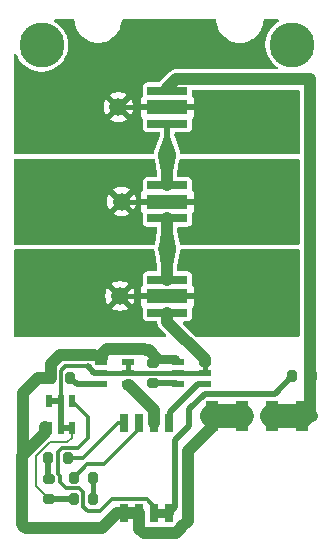
<source format=gbr>
%TF.GenerationSoftware,KiCad,Pcbnew,9.0.2*%
%TF.CreationDate,2025-08-15T10:15:43-05:00*%
%TF.ProjectId,Mothbeam,4d6f7468-6265-4616-9d2e-6b696361645f,rev?*%
%TF.SameCoordinates,Original*%
%TF.FileFunction,Copper,L1,Top*%
%TF.FilePolarity,Positive*%
%FSLAX46Y46*%
G04 Gerber Fmt 4.6, Leading zero omitted, Abs format (unit mm)*
G04 Created by KiCad (PCBNEW 9.0.2) date 2025-08-15 10:15:43*
%MOMM*%
%LPD*%
G01*
G04 APERTURE LIST*
G04 Aperture macros list*
%AMRoundRect*
0 Rectangle with rounded corners*
0 $1 Rounding radius*
0 $2 $3 $4 $5 $6 $7 $8 $9 X,Y pos of 4 corners*
0 Add a 4 corners polygon primitive as box body*
4,1,4,$2,$3,$4,$5,$6,$7,$8,$9,$2,$3,0*
0 Add four circle primitives for the rounded corners*
1,1,$1+$1,$2,$3*
1,1,$1+$1,$4,$5*
1,1,$1+$1,$6,$7*
1,1,$1+$1,$8,$9*
0 Add four rect primitives between the rounded corners*
20,1,$1+$1,$2,$3,$4,$5,0*
20,1,$1+$1,$4,$5,$6,$7,0*
20,1,$1+$1,$6,$7,$8,$9,0*
20,1,$1+$1,$8,$9,$2,$3,0*%
G04 Aperture macros list end*
%TA.AperFunction,Conductor*%
%ADD10C,0.200000*%
%TD*%
%TA.AperFunction,ComponentPad*%
%ADD11C,3.800000*%
%TD*%
%TA.AperFunction,SMDPad,CuDef*%
%ADD12R,0.760000X1.500000*%
%TD*%
%TA.AperFunction,SMDPad,CuDef*%
%ADD13RoundRect,0.200000X0.200000X0.275000X-0.200000X0.275000X-0.200000X-0.275000X0.200000X-0.275000X0*%
%TD*%
%TA.AperFunction,SMDPad,CuDef*%
%ADD14C,1.500000*%
%TD*%
%TA.AperFunction,SMDPad,CuDef*%
%ADD15R,0.530000X1.070000*%
%TD*%
%TA.AperFunction,SMDPad,CuDef*%
%ADD16RoundRect,0.200000X0.275000X-0.200000X0.275000X0.200000X-0.275000X0.200000X-0.275000X-0.200000X0*%
%TD*%
%TA.AperFunction,SMDPad,CuDef*%
%ADD17RoundRect,0.200000X-0.200000X-0.275000X0.200000X-0.275000X0.200000X0.275000X-0.200000X0.275000X0*%
%TD*%
%TA.AperFunction,SMDPad,CuDef*%
%ADD18R,1.000000X2.540000*%
%TD*%
%TA.AperFunction,SMDPad,CuDef*%
%ADD19R,3.450000X0.700000*%
%TD*%
%TA.AperFunction,SMDPad,CuDef*%
%ADD20R,3.450000X1.300000*%
%TD*%
%TA.AperFunction,SMDPad,CuDef*%
%ADD21R,1.070000X0.530000*%
%TD*%
%TA.AperFunction,Conductor*%
%ADD22C,0.203200*%
%TD*%
%TA.AperFunction,Conductor*%
%ADD23C,0.500000*%
%TD*%
%TA.AperFunction,Conductor*%
%ADD24C,0.304800*%
%TD*%
%TA.AperFunction,Conductor*%
%ADD25C,0.400000*%
%TD*%
%TA.AperFunction,Conductor*%
%ADD26C,1.000000*%
%TD*%
%TA.AperFunction,Conductor*%
%ADD27C,2.032000*%
%TD*%
%TA.AperFunction,Conductor*%
%ADD28C,0.800000*%
%TD*%
%TA.AperFunction,Conductor*%
%ADD29C,0.250000*%
%TD*%
G04 APERTURE END LIST*
D10*
%TO.N,/LED-*%
X7850000Y44650000D02*
X7800000Y44600000D01*
%TD*%
D11*
%TO.P,REF\u002A\u002A,1*%
%TO.N,N/C*%
X-2900000Y67300000D03*
%TD*%
D12*
%TO.P,SW2,1,1*%
%TO.N,Net-(U3-EN)*%
X7921776Y35283463D03*
%TO.P,SW2,2,2*%
%TO.N,Net-(U2-EN)*%
X6651776Y35283463D03*
%TO.P,SW2,3,3*%
%TO.N,Net-(R6-Pad2)*%
X5381776Y35283463D03*
%TO.P,SW2,4,4*%
%TO.N,Net-(R4-Pad2)*%
X4101776Y35283463D03*
%TO.P,SW2,5,5*%
%TO.N,GND*%
X4101776Y27663463D03*
%TO.P,SW2,6,6*%
X5381776Y27663463D03*
%TO.P,SW2,7,7*%
%TO.N,EN*%
X6651776Y27663463D03*
%TO.P,SW2,8,8*%
X7921776Y27663463D03*
%TD*%
D13*
%TO.P,R6,1*%
%TO.N,Net-(R2-Pad2)*%
X1475000Y30700000D03*
%TO.P,R6,2*%
%TO.N,Net-(R6-Pad2)*%
X-175000Y30700000D03*
%TD*%
D11*
%TO.P,REF\u002A\u002A,1*%
%TO.N,N/C*%
X18300000Y67350000D03*
%TD*%
D13*
%TO.P,R9,1*%
%TO.N,Net-(U2-REXT)*%
X-465893Y39150000D03*
%TO.P,R9,2*%
%TO.N,GND*%
X-2115893Y39150000D03*
%TD*%
D14*
%TO.P,TP1,1,1*%
%TO.N,Net-(D2-A)*%
X7750000Y50050000D03*
%TD*%
%TO.P,TP2,1,1*%
%TO.N,/T1*%
X3610000Y62060000D03*
%TD*%
%TO.P,TP5,1,1*%
%TO.N,/T3*%
X3740000Y46070000D03*
%TD*%
D15*
%TO.P,U1,1,EN*%
%TO.N,EN*%
X-340893Y37150000D03*
%TO.P,U1,2,OUT*%
%TO.N,/LED-*%
X-1290893Y37150000D03*
%TO.P,U1,3,OUT*%
X-2240893Y37150000D03*
%TO.P,U1,4,GND*%
%TO.N,GND*%
X-2240893Y34850000D03*
%TO.P,U1,5,OUT*%
%TO.N,/LED-*%
X-1290893Y34850000D03*
%TO.P,U1,6,REXT*%
X-340893Y34850000D03*
%TD*%
D14*
%TO.P,TP3,1,1*%
%TO.N,Net-(D1--)*%
X7724600Y58050000D03*
%TD*%
D16*
%TO.P,R1,1*%
%TO.N,Net-(U3-REXT)*%
X6537500Y38725000D03*
%TO.P,R1,2*%
%TO.N,GND*%
X6537500Y40375000D03*
%TD*%
D17*
%TO.P,R4,1*%
%TO.N,Net-(R3-Pad2)*%
X-2325000Y32350000D03*
%TO.P,R4,2*%
%TO.N,Net-(R4-Pad2)*%
X-675000Y32350000D03*
%TD*%
D18*
%TO.P,CN1,1,1*%
%TO.N,GND*%
X11540000Y35877500D03*
%TO.P,CN1,2,2*%
X14080000Y35877500D03*
%TO.P,CN1,3,3*%
%TO.N,/LED+*%
X16620000Y35877500D03*
%TO.P,CN1,4,4*%
X19160000Y35877500D03*
%TD*%
D13*
%TO.P,R5,1*%
%TO.N,/LED+*%
X19975000Y39300000D03*
%TO.P,R5,2*%
%TO.N,EN*%
X18325000Y39300000D03*
%TD*%
D19*
%TO.P,D1,1,+*%
%TO.N,/LED+*%
X7750000Y63450000D03*
%TO.P,D1,2,-*%
%TO.N,Net-(D1--)*%
X7750000Y60650000D03*
D20*
%TO.P,D1,3,nc*%
%TO.N,/T1*%
X7750000Y62050000D03*
%TD*%
D21*
%TO.P,U2,1,EN*%
%TO.N,Net-(U2-EN)*%
X4437500Y38600000D03*
%TO.P,U2,2,OUT*%
%TO.N,/LED-*%
X4437500Y39550000D03*
%TO.P,U2,3,OUT*%
X4437500Y40500000D03*
%TO.P,U2,4,GND*%
%TO.N,GND*%
X2137500Y40500000D03*
%TO.P,U2,5,OUT*%
%TO.N,/LED-*%
X2137500Y39550000D03*
%TO.P,U2,6,REXT*%
%TO.N,Net-(U2-REXT)*%
X2137500Y38600000D03*
%TD*%
D16*
%TO.P,R3,1*%
%TO.N,/LED-*%
X-2300000Y28900000D03*
%TO.P,R3,2*%
%TO.N,Net-(R3-Pad2)*%
X-2300000Y30550000D03*
%TD*%
D19*
%TO.P,D2,1,A*%
%TO.N,Net-(D1--)*%
X7750000Y55450000D03*
%TO.P,D2,2,K*%
%TO.N,Net-(D2-A)*%
X7750000Y52650000D03*
D20*
%TO.P,D2,3,3*%
%TO.N,/T2*%
X7750000Y54050000D03*
%TD*%
D14*
%TO.P,TP4,1,1*%
%TO.N,/T2*%
X3870000Y54050000D03*
%TD*%
D19*
%TO.P,D3,1,+*%
%TO.N,Net-(D2-A)*%
X7750000Y47450000D03*
%TO.P,D3,2,-*%
%TO.N,/LED-*%
X7750000Y44650000D03*
D20*
%TO.P,D3,3,nc*%
%TO.N,/T3*%
X7750000Y46050000D03*
%TD*%
D17*
%TO.P,R2,1*%
%TO.N,/LED-*%
X-175000Y28900000D03*
%TO.P,R2,2*%
%TO.N,Net-(R2-Pad2)*%
X1475000Y28900000D03*
%TD*%
D21*
%TO.P,U3,1,EN*%
%TO.N,Net-(U3-EN)*%
X10937500Y38600000D03*
%TO.P,U3,2,OUT*%
%TO.N,/LED-*%
X10937500Y39550000D03*
%TO.P,U3,3,OUT*%
X10937500Y40500000D03*
%TO.P,U3,4,GND*%
%TO.N,GND*%
X8637500Y40500000D03*
%TO.P,U3,5,OUT*%
%TO.N,/LED-*%
X8637500Y39550000D03*
%TO.P,U3,6,REXT*%
%TO.N,Net-(U3-REXT)*%
X8637500Y38600000D03*
%TD*%
D22*
%TO.N,/LED-*%
X-2225121Y33678933D02*
X-711961Y33678933D01*
D23*
X-175000Y28900000D02*
X-2300000Y28900000D01*
D24*
X-1250000Y39750000D02*
X-900000Y40100000D01*
D22*
X-2300000Y28900000D02*
X-3400000Y30000000D01*
D25*
X4437500Y39550000D02*
X4437500Y40500000D01*
D24*
X-1250000Y37190893D02*
X-1250000Y39750000D01*
D25*
X4437500Y39550000D02*
X8637500Y39550000D01*
D22*
X-3400000Y32504054D02*
X-2225121Y33678933D01*
D26*
X10937500Y40500000D02*
X10937500Y40712500D01*
X7750000Y43900000D02*
X7750000Y44650000D01*
D23*
X-1290893Y34850000D02*
X-1290893Y37150000D01*
X1000000Y40100000D02*
X1550000Y39550000D01*
X-1290893Y34850000D02*
X-340893Y34850000D01*
D22*
X-711961Y33678933D02*
X-340893Y34050001D01*
D24*
X-900000Y40100000D02*
X1000000Y40100000D01*
D26*
X10937500Y40712500D02*
X7750000Y43900000D01*
D23*
X-2240893Y37150000D02*
X-1290893Y37150000D01*
D22*
X-340893Y34050001D02*
X-340893Y34850000D01*
D25*
X8637500Y39550000D02*
X10937500Y39550000D01*
X10937500Y39550000D02*
X10937500Y40500000D01*
D22*
X-3400000Y30000000D02*
X-3400000Y32504054D01*
D23*
X1550000Y39550000D02*
X2137500Y39550000D01*
D25*
X2137500Y39550000D02*
X4437500Y39550000D01*
D23*
%TO.N,Net-(U3-REXT)*%
X6537500Y38725000D02*
X8512500Y38725000D01*
D26*
%TO.N,/LED+*%
X19972500Y35877500D02*
X19160000Y35877500D01*
D27*
X19160000Y35877500D02*
X16620000Y35877500D01*
D26*
X8500000Y64400000D02*
X19800000Y64400000D01*
X19800000Y36050000D02*
X19972500Y35877500D01*
X19800000Y64400000D02*
X19800000Y36050000D01*
X7750000Y63650000D02*
X8500000Y64400000D01*
D24*
%TO.N,EN*%
X6646776Y28203224D02*
X6000000Y28850000D01*
X1000000Y27850000D02*
X650000Y28200000D01*
X-1350000Y30863168D02*
X-1500000Y31013168D01*
X2050000Y27850000D02*
X1000000Y27850000D01*
X-1350000Y30350000D02*
X-1350000Y30863168D01*
X1000000Y34050000D02*
X1000000Y35809107D01*
D23*
X8435109Y33859254D02*
X9600000Y35024145D01*
D28*
X7916776Y27663463D02*
X6646776Y27663463D01*
D23*
X8435109Y28181796D02*
X8435109Y33859254D01*
X9600000Y36500000D02*
X10900000Y37800000D01*
D24*
X150000Y33200000D02*
X1000000Y34050000D01*
D23*
X7916776Y27663463D02*
X8435109Y28181796D01*
D24*
X-1500000Y32900000D02*
X-1200000Y33200000D01*
X-1500000Y31013168D02*
X-1500000Y32900000D01*
D23*
X16825000Y37800000D02*
X18325000Y39300000D01*
D24*
X650000Y29450000D02*
X280199Y29819801D01*
X3050000Y28850000D02*
X2050000Y27850000D01*
X-1200000Y33200000D02*
X150000Y33200000D01*
X-819801Y29819801D02*
X-1350000Y30350000D01*
X1000000Y35809107D02*
X-340893Y37150000D01*
X280199Y29819801D02*
X-819801Y29819801D01*
X650000Y28200000D02*
X650000Y29450000D01*
X6646776Y27663463D02*
X6646776Y28203224D01*
D23*
X10900000Y37800000D02*
X16825000Y37800000D01*
X9600000Y35024145D02*
X9600000Y36500000D01*
D24*
X6000000Y28850000D02*
X3050000Y28850000D01*
D26*
%TO.N,GND*%
X9480126Y32920822D02*
X9480126Y27046576D01*
X11540000Y34990000D02*
X9475474Y32925474D01*
X2250000Y26400000D02*
X-4250000Y26400000D01*
X-4550000Y32540893D02*
X-2600000Y34490893D01*
X5376776Y26373224D02*
X5380999Y26373224D01*
X-1350000Y41100000D02*
X1537500Y41100000D01*
X5918187Y41481813D02*
X5800000Y41600000D01*
X9480126Y27046576D02*
X8908381Y26474832D01*
X-4250000Y26400000D02*
X-4450000Y26600000D01*
D27*
X14080000Y35877500D02*
X11540000Y35877500D01*
D26*
X9475474Y32925474D02*
X9480126Y32920822D01*
X-2115893Y40334107D02*
X-1350000Y41100000D01*
X-4450000Y26700000D02*
X-4550000Y26800000D01*
X4106776Y27663463D02*
X3513463Y27663463D01*
X3513463Y27663463D02*
X2250000Y26400000D01*
X-4500000Y37850000D02*
X-4500000Y32590893D01*
X-4500000Y32590893D02*
X-4550000Y32540893D01*
X-4450000Y26600000D02*
X-4450000Y26700000D01*
X8450237Y26006471D02*
X5746273Y26007950D01*
X5376776Y26373224D02*
X5376776Y27408463D01*
X-2115893Y39150000D02*
X-2115893Y40334107D01*
X-3200000Y39150000D02*
X-4500000Y37850000D01*
X8908381Y26474832D02*
X8908381Y26464615D01*
X-4550000Y26800000D02*
X-4550000Y32540893D01*
X2650000Y41600000D02*
X2200000Y41150000D01*
X5380999Y26373224D02*
X5746273Y26007950D01*
X2200000Y41150000D02*
X2200000Y40850000D01*
X4106776Y27663463D02*
X5376776Y27663463D01*
X-2115893Y39150000D02*
X-3200000Y39150000D01*
X11540000Y35877500D02*
X11540000Y34990000D01*
X-2600000Y34490893D02*
X-2600000Y35000000D01*
X6180687Y41481813D02*
X5918187Y41481813D01*
X8908381Y26464615D02*
X8450237Y26006471D01*
D28*
X6912500Y40750000D02*
X8387500Y40750000D01*
D26*
X6912500Y40750000D02*
X6180687Y41481813D01*
X5800000Y41600000D02*
X2650000Y41600000D01*
D24*
%TO.N,Net-(R4-Pad2)*%
X-675000Y32350000D02*
X600000Y32350000D01*
X600000Y32350000D02*
X3533463Y35283463D01*
X3533463Y35283463D02*
X4106776Y35283463D01*
D23*
%TO.N,Net-(U2-REXT)*%
X84107Y38600000D02*
X-465893Y39150000D01*
X2137500Y38600000D02*
X84107Y38600000D01*
D25*
%TO.N,/T1*%
X11250000Y62050000D02*
X7750000Y62050000D01*
X7750000Y62050000D02*
X3500000Y62050000D01*
%TO.N,/T2*%
X11250000Y54050000D02*
X7750000Y54050000D01*
X7750000Y54050000D02*
X4500000Y54050000D01*
%TO.N,/T3*%
X11250000Y46050000D02*
X7750000Y46050000D01*
X7750000Y46050000D02*
X4250000Y46050000D01*
D24*
%TO.N,Net-(R6-Pad2)*%
X5376776Y34826776D02*
X2400000Y31850000D01*
X975000Y31850000D02*
X-175000Y30700000D01*
X5376776Y35028463D02*
X5376776Y34826776D01*
X2400000Y31850000D02*
X975000Y31850000D01*
D25*
%TO.N,Net-(R2-Pad2)*%
X1475000Y28900000D02*
X1475000Y30500000D01*
D23*
%TO.N,Net-(R3-Pad2)*%
X-2325000Y32350000D02*
X-2325000Y30575000D01*
X-2325000Y30575000D02*
X-2300000Y30550000D01*
D26*
%TO.N,Net-(U2-EN)*%
X6646776Y35283463D02*
X6646776Y36390724D01*
X6646776Y36390724D02*
X4488500Y38549000D01*
X4488500Y38549000D02*
X4437500Y38549000D01*
D23*
%TO.N,Net-(U3-EN)*%
X7954276Y36204276D02*
X7954276Y35320963D01*
X7954276Y36204276D02*
X10350000Y38600000D01*
X7954276Y35320963D02*
X7916776Y35283463D01*
X10350000Y38600000D02*
X10650000Y38600000D01*
%TO.N,Net-(D1--)*%
X7750000Y60665000D02*
X7750000Y58075400D01*
D26*
X7724600Y58050000D02*
X7724600Y55475400D01*
D29*
%TO.N,Net-(D2-A)*%
X7608800Y50596200D02*
X7724600Y50712000D01*
D26*
X7750000Y52650000D02*
X7750000Y50050000D01*
X7750000Y50050000D02*
X7750000Y47450000D01*
%TD*%
%TA.AperFunction,Conductor*%
%TO.N,Net-(D1--)*%
G36*
X8448986Y57905926D02*
G01*
X8456423Y57900942D01*
X8458209Y57892428D01*
X8226302Y56574084D01*
X8221494Y56566530D01*
X8214779Y56564411D01*
X7234421Y56564411D01*
X7226148Y56567838D01*
X7222898Y56574084D01*
X6990990Y57892430D01*
X6992932Y57901170D01*
X7000212Y57905926D01*
X7722303Y58050540D01*
X7726897Y58050540D01*
X8448986Y57905926D01*
G37*
%TD.AperFunction*%
%TD*%
%TA.AperFunction,Conductor*%
%TO.N,/T2*%
G36*
X8944723Y57694500D02*
G01*
X8944724Y57694500D01*
X18825500Y57694500D01*
X18892539Y57674815D01*
X18938294Y57622011D01*
X18949500Y57570500D01*
X18949500Y50529500D01*
X18929815Y50462461D01*
X18877011Y50416706D01*
X18825500Y50405500D01*
X8970123Y50405500D01*
X8922858Y50402290D01*
X8854640Y50417385D01*
X8805412Y50466967D01*
X8792331Y50504521D01*
X8602375Y51584384D01*
X8600500Y51605867D01*
X8600500Y51825500D01*
X8620185Y51892539D01*
X8672989Y51938294D01*
X8724500Y51949500D01*
X9508261Y51949500D01*
X9530971Y51952809D01*
X9576393Y51959427D01*
X9681483Y52010802D01*
X9764198Y52093517D01*
X9815573Y52198607D01*
X9825500Y52266740D01*
X9825500Y52992605D01*
X9845185Y53059643D01*
X9850233Y53066915D01*
X9918353Y53157912D01*
X9918354Y53157914D01*
X9968596Y53292621D01*
X9968598Y53292628D01*
X9974999Y53352156D01*
X9975000Y53352173D01*
X9975000Y53800000D01*
X5525000Y53800000D01*
X5525000Y53352156D01*
X5531401Y53292628D01*
X5531403Y53292621D01*
X5581645Y53157914D01*
X5581647Y53157911D01*
X5649766Y53066917D01*
X5674184Y53001453D01*
X5674500Y52992605D01*
X5674500Y52266740D01*
X5684426Y52198609D01*
X5735803Y52093515D01*
X5818514Y52010804D01*
X5818515Y52010804D01*
X5818517Y52010802D01*
X5923607Y51959427D01*
X5957673Y51954464D01*
X5991739Y51949500D01*
X5991740Y51949500D01*
X6775500Y51949500D01*
X6784185Y51946950D01*
X6793147Y51948238D01*
X6817187Y51937260D01*
X6842539Y51929815D01*
X6848466Y51922975D01*
X6856703Y51919213D01*
X6870992Y51896979D01*
X6888294Y51877011D01*
X6890581Y51866497D01*
X6894477Y51860435D01*
X6899500Y51825500D01*
X6899500Y51605867D01*
X6897625Y51584384D01*
X6707112Y50501369D01*
X6676110Y50438754D01*
X6616178Y50402839D01*
X6567342Y50400114D01*
X6529879Y50405500D01*
X6529876Y50405500D01*
X-5138063Y50405500D01*
X-5205102Y50425185D01*
X-5250857Y50477989D01*
X-5262063Y50529500D01*
X-5262063Y53006323D01*
X3179873Y53006323D01*
X3179873Y53006322D01*
X3214858Y52980904D01*
X3390164Y52891582D01*
X3577294Y52830779D01*
X3771618Y52800000D01*
X3968382Y52800000D01*
X4162705Y52830779D01*
X4349835Y52891582D01*
X4525143Y52980905D01*
X4560125Y53006322D01*
X4560126Y53006322D01*
X3870001Y53696447D01*
X3870000Y53696447D01*
X3179873Y53006323D01*
X-5262063Y53006323D01*
X-5262063Y54148383D01*
X2620000Y54148383D01*
X2620000Y53951618D01*
X2650778Y53757295D01*
X2711581Y53570165D01*
X2800905Y53394855D01*
X2826319Y53359875D01*
X2826320Y53359875D01*
X3516446Y54050000D01*
X3516446Y54050001D01*
X4223553Y54050001D01*
X4223553Y54050000D01*
X4913678Y53359874D01*
X4913678Y53359875D01*
X4939095Y53394857D01*
X5028418Y53570165D01*
X5089221Y53757295D01*
X5120000Y53951618D01*
X5120000Y54148383D01*
X5089221Y54342706D01*
X5028418Y54529836D01*
X4939096Y54705142D01*
X4913678Y54740127D01*
X4913677Y54740127D01*
X4223553Y54050001D01*
X3516446Y54050001D01*
X2826320Y54740128D01*
X2826320Y54740127D01*
X2800902Y54705141D01*
X2800899Y54705137D01*
X2711582Y54529839D01*
X2650778Y54342706D01*
X2620000Y54148383D01*
X-5262063Y54148383D01*
X-5262063Y55093680D01*
X3179872Y55093680D01*
X3870000Y54403554D01*
X3870001Y54403554D01*
X4560125Y55093680D01*
X4560125Y55093681D01*
X4525145Y55119095D01*
X4349835Y55208419D01*
X4162705Y55269222D01*
X3968382Y55300000D01*
X3771618Y55300000D01*
X3577294Y55269222D01*
X3390161Y55208418D01*
X3214863Y55119101D01*
X3214859Y55119098D01*
X3179873Y55093680D01*
X3179872Y55093680D01*
X-5262063Y55093680D01*
X-5262063Y57570500D01*
X-5242378Y57637539D01*
X-5189574Y57683294D01*
X-5138063Y57694500D01*
X6504466Y57694500D01*
X6504476Y57694500D01*
X6551741Y57697711D01*
X6619955Y57682617D01*
X6669185Y57633037D01*
X6682267Y57595480D01*
X6872225Y56515615D01*
X6874100Y56494133D01*
X6874100Y56274500D01*
X6854415Y56207461D01*
X6801611Y56161706D01*
X6750100Y56150500D01*
X5991739Y56150500D01*
X5923608Y56140574D01*
X5818514Y56089197D01*
X5735803Y56006486D01*
X5684426Y55901392D01*
X5674500Y55833261D01*
X5674500Y55107396D01*
X5654815Y55040357D01*
X5649767Y55033085D01*
X5581646Y54942089D01*
X5581645Y54942087D01*
X5531403Y54807380D01*
X5531401Y54807373D01*
X5525000Y54747845D01*
X5525000Y54300000D01*
X9975000Y54300000D01*
X9975000Y54747828D01*
X9974999Y54747845D01*
X9968598Y54807373D01*
X9968596Y54807380D01*
X9918354Y54942087D01*
X9918353Y54942089D01*
X9850233Y55033085D01*
X9825816Y55098549D01*
X9825500Y55107396D01*
X9825500Y55833261D01*
X9815573Y55901392D01*
X9815573Y55901393D01*
X9764198Y56006483D01*
X9764196Y56006485D01*
X9764196Y56006486D01*
X9681485Y56089197D01*
X9576391Y56140574D01*
X9508261Y56150500D01*
X9508260Y56150500D01*
X8699100Y56150500D01*
X8690414Y56153051D01*
X8681453Y56151762D01*
X8657412Y56162741D01*
X8632061Y56170185D01*
X8626133Y56177026D01*
X8617897Y56180787D01*
X8603607Y56203022D01*
X8586306Y56222989D01*
X8584018Y56233504D01*
X8580123Y56239565D01*
X8575100Y56274500D01*
X8575100Y56494133D01*
X8576975Y56515616D01*
X8767486Y57598636D01*
X8798486Y57661248D01*
X8858419Y57697163D01*
X8907257Y57699887D01*
X8944723Y57694500D01*
G37*
%TD.AperFunction*%
%TD*%
%TA.AperFunction,Conductor*%
%TO.N,Net-(D2-A)*%
G36*
X8474386Y49905926D02*
G01*
X8481823Y49900942D01*
X8483609Y49892428D01*
X8251702Y48574084D01*
X8246894Y48566530D01*
X8240179Y48564411D01*
X7259821Y48564411D01*
X7251548Y48567838D01*
X7248298Y48574084D01*
X7016390Y49892430D01*
X7018332Y49901170D01*
X7025612Y49905926D01*
X7747703Y50050540D01*
X7752297Y50050540D01*
X8474386Y49905926D01*
G37*
%TD.AperFunction*%
%TD*%
%TA.AperFunction,Conductor*%
%TO.N,Net-(D1--)*%
G36*
X7999922Y59532162D02*
G01*
X8002714Y59527691D01*
X8455843Y58208966D01*
X8455291Y58200028D01*
X8448580Y58194099D01*
X8447076Y58193692D01*
X7726898Y58049461D01*
X7722302Y58049461D01*
X7002575Y58193602D01*
X6995136Y58198587D01*
X6993401Y58207372D01*
X6993938Y58209233D01*
X7497127Y59528061D01*
X7503278Y59534568D01*
X7508058Y59535589D01*
X7991649Y59535589D01*
X7999922Y59532162D01*
G37*
%TD.AperFunction*%
%TD*%
%TA.AperFunction,Conductor*%
%TO.N,/T1*%
G36*
X11832003Y69489815D02*
G01*
X11877758Y69437011D01*
X11888963Y69385032D01*
X11888946Y69380793D01*
X11888948Y69380775D01*
X11925248Y69109179D01*
X11925248Y69109178D01*
X11998238Y68845059D01*
X11998240Y68845053D01*
X12055334Y68712382D01*
X12106556Y68593356D01*
X12248179Y68358770D01*
X12420461Y68145682D01*
X12620186Y67958072D01*
X12843624Y67799443D01*
X13086602Y67672758D01*
X13344583Y67580382D01*
X13612749Y67524040D01*
X13886093Y67504784D01*
X14159509Y67522974D01*
X14427893Y67578271D01*
X14686232Y67669641D01*
X14929702Y67795378D01*
X15153756Y67953135D01*
X15354211Y68139966D01*
X15527322Y68352380D01*
X15669858Y68586413D01*
X15779156Y68837692D01*
X15779472Y68838815D01*
X15823470Y68995646D01*
X15853175Y69101527D01*
X15890534Y69372989D01*
X15890535Y69385135D01*
X15910224Y69452173D01*
X15963030Y69497925D01*
X16014903Y69509126D01*
X17070869Y69505984D01*
X17137848Y69486101D01*
X17183445Y69433161D01*
X17193183Y69363973D01*
X17163969Y69300504D01*
X17132499Y69274598D01*
X17047004Y69225237D01*
X16812959Y69045648D01*
X16812952Y69045642D01*
X16604358Y68837048D01*
X16604352Y68837041D01*
X16424761Y68602994D01*
X16277258Y68347511D01*
X16277254Y68347501D01*
X16164364Y68074962D01*
X16164361Y68074952D01*
X16131721Y67953135D01*
X16088008Y67789996D01*
X16088006Y67789985D01*
X16049500Y67497514D01*
X16049500Y67202487D01*
X16081571Y66958887D01*
X16088007Y66910007D01*
X16101405Y66860005D01*
X16164361Y66625049D01*
X16164364Y66625039D01*
X16277254Y66352500D01*
X16277258Y66352490D01*
X16424761Y66097007D01*
X16604352Y65862960D01*
X16604358Y65862953D01*
X16812952Y65654359D01*
X16812959Y65654353D01*
X17049464Y65472876D01*
X17090667Y65416448D01*
X17094822Y65346702D01*
X17060610Y65285782D01*
X16998892Y65253029D01*
X16973978Y65250500D01*
X8416228Y65250500D01*
X8251925Y65217818D01*
X8251913Y65217815D01*
X8206583Y65199038D01*
X8097143Y65153708D01*
X8097137Y65153705D01*
X8097137Y65153704D01*
X7957840Y65060627D01*
X7957831Y65060621D01*
X7085065Y64187855D01*
X7083282Y64189638D01*
X7034657Y64156506D01*
X6996534Y64150500D01*
X5991739Y64150500D01*
X5923608Y64140574D01*
X5818514Y64089197D01*
X5735803Y64006486D01*
X5684426Y63901392D01*
X5674500Y63833261D01*
X5674500Y63107396D01*
X5654815Y63040357D01*
X5649767Y63033085D01*
X5581646Y62942089D01*
X5581645Y62942087D01*
X5531403Y62807380D01*
X5531401Y62807373D01*
X5525000Y62747845D01*
X5525000Y62300000D01*
X9975000Y62300000D01*
X9975000Y62747828D01*
X9974999Y62747845D01*
X9968598Y62807373D01*
X9968596Y62807380D01*
X9918354Y62942087D01*
X9918353Y62942089D01*
X9850233Y63033085D01*
X9825816Y63098549D01*
X9825500Y63107396D01*
X9825500Y63425500D01*
X9845185Y63492539D01*
X9897989Y63538294D01*
X9949500Y63549500D01*
X18825500Y63549500D01*
X18892539Y63529815D01*
X18938294Y63477011D01*
X18949500Y63425500D01*
X18949500Y58174000D01*
X18929815Y58106961D01*
X18877011Y58061206D01*
X18825500Y58050000D01*
X8944723Y58050000D01*
X8877684Y58069685D01*
X8831929Y58122489D01*
X8822250Y58154603D01*
X8798003Y58307697D01*
X8798002Y58307698D01*
X8798002Y58307699D01*
X8798002Y58307701D01*
X8744473Y58472445D01*
X8738405Y58484354D01*
X8731619Y58500355D01*
X8357230Y59589929D01*
X8356619Y59593583D01*
X8355523Y59595289D01*
X8350500Y59630224D01*
X8350500Y59825500D01*
X8370185Y59892539D01*
X8422989Y59938294D01*
X8474500Y59949500D01*
X9508261Y59949500D01*
X9530971Y59952809D01*
X9576393Y59959427D01*
X9681483Y60010802D01*
X9764198Y60093517D01*
X9815573Y60198607D01*
X9825500Y60266740D01*
X9825500Y60992605D01*
X9845185Y61059643D01*
X9850233Y61066915D01*
X9918353Y61157912D01*
X9918354Y61157914D01*
X9968596Y61292621D01*
X9968598Y61292628D01*
X9974999Y61352156D01*
X9975000Y61352173D01*
X9975000Y61800000D01*
X5525000Y61800000D01*
X5525000Y61352156D01*
X5531401Y61292628D01*
X5531403Y61292621D01*
X5581645Y61157914D01*
X5581647Y61157911D01*
X5649766Y61066917D01*
X5674184Y61001453D01*
X5674500Y60992605D01*
X5674500Y60266740D01*
X5684426Y60198609D01*
X5735803Y60093515D01*
X5818514Y60010804D01*
X5818515Y60010804D01*
X5818517Y60010802D01*
X5923607Y59959427D01*
X5957673Y59954464D01*
X5991739Y59949500D01*
X5991740Y59949500D01*
X7025500Y59949500D01*
X7034185Y59946950D01*
X7043147Y59948238D01*
X7067187Y59937260D01*
X7092539Y59929815D01*
X7098466Y59922975D01*
X7106703Y59919213D01*
X7120992Y59896979D01*
X7138294Y59877011D01*
X7140581Y59866497D01*
X7144477Y59860435D01*
X7149500Y59825500D01*
X7149500Y59637065D01*
X7141354Y59592862D01*
X6743478Y58550056D01*
X6738110Y58537967D01*
X6704726Y58472446D01*
X6704726Y58472444D01*
X6651198Y58307702D01*
X6651197Y58307699D01*
X6648666Y58291725D01*
X6648170Y58288587D01*
X6641170Y58255468D01*
X6641446Y58246134D01*
X6639630Y58234669D01*
X6639629Y58234667D01*
X6626949Y58154603D01*
X6597020Y58091468D01*
X6537709Y58054536D01*
X6504476Y58050000D01*
X-5138063Y58050000D01*
X-5205102Y58069685D01*
X-5250857Y58122489D01*
X-5262063Y58174000D01*
X-5262063Y61016323D01*
X2919873Y61016323D01*
X2919873Y61016322D01*
X2954858Y60990904D01*
X3130164Y60901582D01*
X3317294Y60840779D01*
X3511618Y60810000D01*
X3708382Y60810000D01*
X3902705Y60840779D01*
X4089835Y60901582D01*
X4265143Y60990905D01*
X4300125Y61016322D01*
X4300126Y61016322D01*
X3610001Y61706447D01*
X3610000Y61706447D01*
X2919873Y61016323D01*
X-5262063Y61016323D01*
X-5262063Y62158383D01*
X2360000Y62158383D01*
X2360000Y61961618D01*
X2390778Y61767295D01*
X2451581Y61580165D01*
X2540905Y61404855D01*
X2566319Y61369875D01*
X2566320Y61369875D01*
X3256446Y62060000D01*
X3256446Y62060001D01*
X3963553Y62060001D01*
X3963553Y62059999D01*
X4653678Y61369874D01*
X4653678Y61369875D01*
X4679095Y61404857D01*
X4768418Y61580165D01*
X4829221Y61767295D01*
X4860000Y61961618D01*
X4860000Y62158383D01*
X4829221Y62352706D01*
X4768418Y62539836D01*
X4679096Y62715142D01*
X4653678Y62750127D01*
X4653677Y62750127D01*
X3963553Y62060001D01*
X3256446Y62060001D01*
X2566320Y62750128D01*
X2566320Y62750127D01*
X2540902Y62715141D01*
X2540899Y62715137D01*
X2451582Y62539839D01*
X2390778Y62352706D01*
X2360000Y62158383D01*
X-5262063Y62158383D01*
X-5262063Y63103680D01*
X2919872Y63103680D01*
X3610000Y62413554D01*
X3610001Y62413554D01*
X4300125Y63103680D01*
X4300125Y63103681D01*
X4265145Y63129095D01*
X4089835Y63218419D01*
X3902705Y63279222D01*
X3708382Y63310000D01*
X3511618Y63310000D01*
X3317294Y63279222D01*
X3130161Y63218418D01*
X2954863Y63129101D01*
X2954859Y63129098D01*
X2919873Y63103680D01*
X2919872Y63103680D01*
X-5262063Y63103680D01*
X-5262063Y66498294D01*
X-5242378Y66565333D01*
X-5189574Y66611088D01*
X-5120416Y66621032D01*
X-5056860Y66592007D01*
X-5023502Y66545747D01*
X-4922746Y66302500D01*
X-4922742Y66302490D01*
X-4775239Y66047007D01*
X-4595648Y65812960D01*
X-4595642Y65812953D01*
X-4387048Y65604359D01*
X-4387041Y65604353D01*
X-4152994Y65424762D01*
X-3897511Y65277259D01*
X-3897510Y65277259D01*
X-3897507Y65277257D01*
X-3624952Y65164361D01*
X-3339993Y65088007D01*
X-3047506Y65049500D01*
X-3047499Y65049500D01*
X-2752501Y65049500D01*
X-2752494Y65049500D01*
X-2460007Y65088007D01*
X-2175048Y65164361D01*
X-1902493Y65277257D01*
X-1647006Y65424762D01*
X-1412958Y65604354D01*
X-1204354Y65812958D01*
X-1024762Y66047006D01*
X-877257Y66302493D01*
X-764361Y66575048D01*
X-688007Y66860007D01*
X-649500Y67152494D01*
X-649500Y67447506D01*
X-688007Y67739993D01*
X-764361Y68024952D01*
X-772864Y68045479D01*
X-862798Y68262600D01*
X-877257Y68297507D01*
X-887872Y68315892D01*
X-1024762Y68552994D01*
X-1204353Y68787041D01*
X-1204359Y68787048D01*
X-1412953Y68995642D01*
X-1412960Y68995648D01*
X-1647007Y69175239D01*
X-1743300Y69230833D01*
X-1818256Y69274109D01*
X-1866470Y69324674D01*
X-1879694Y69393281D01*
X-1853726Y69458146D01*
X-1796812Y69498675D01*
X-1756558Y69505495D01*
X-234802Y69509196D01*
X-167714Y69489674D01*
X-121831Y69436982D01*
X-110500Y69385196D01*
X-110500Y69373161D01*
X-104065Y69326342D01*
X-83297Y69175239D01*
X-73235Y69102036D01*
X-73234Y69102030D01*
X602Y68838507D01*
X109633Y68587491D01*
X251829Y68353659D01*
X251831Y68353657D01*
X251832Y68353655D01*
X256831Y68347511D01*
X424542Y68141366D01*
X424545Y68141364D01*
X424546Y68141362D01*
X526437Y68046202D01*
X624560Y67954561D01*
X848135Y67796745D01*
X848141Y67796741D01*
X850773Y67795377D01*
X1091136Y67670831D01*
X1091139Y67670830D01*
X1349004Y67579184D01*
X1349020Y67579179D01*
X1539255Y67539649D01*
X1616960Y67523502D01*
X1616961Y67523501D01*
X1634441Y67522306D01*
X1890000Y67504825D01*
X2163038Y67523501D01*
X2283620Y67548559D01*
X2430979Y67579179D01*
X2430985Y67579182D01*
X2430990Y67579182D01*
X2688864Y67670831D01*
X2931857Y67796740D01*
X3155442Y67954563D01*
X3355454Y68141362D01*
X3528168Y68353655D01*
X3670365Y68587489D01*
X3672914Y68593356D01*
X3725319Y68714006D01*
X3779398Y68838508D01*
X3853235Y69102035D01*
X3889660Y69367047D01*
X3890500Y69373161D01*
X3890500Y69385500D01*
X3910185Y69452539D01*
X3962989Y69498294D01*
X4014500Y69509500D01*
X11764964Y69509500D01*
X11832003Y69489815D01*
G37*
%TD.AperFunction*%
%TD*%
%TA.AperFunction,Conductor*%
%TO.N,Net-(D2-A)*%
G36*
X8248452Y51532162D02*
G01*
X8251702Y51525916D01*
X8483609Y50207573D01*
X8481667Y50198831D01*
X8474384Y50194074D01*
X7752298Y50049461D01*
X7747702Y50049461D01*
X7143214Y50170523D01*
X7025614Y50194075D01*
X7018176Y50199059D01*
X7016390Y50207571D01*
X7248298Y51525917D01*
X7253106Y51533470D01*
X7259821Y51535589D01*
X8240179Y51535589D01*
X8248452Y51532162D01*
G37*
%TD.AperFunction*%
%TD*%
%TA.AperFunction,Conductor*%
%TO.N,/T3*%
G36*
X6596915Y50030315D02*
G01*
X6642670Y49977511D01*
X6652349Y49945398D01*
X6664576Y49868200D01*
X6666098Y49849894D01*
X6666265Y49830844D01*
X6897625Y48515615D01*
X6899500Y48494133D01*
X6899500Y48274500D01*
X6879815Y48207461D01*
X6827011Y48161706D01*
X6775500Y48150500D01*
X5991739Y48150500D01*
X5923608Y48140574D01*
X5818514Y48089197D01*
X5735803Y48006486D01*
X5684426Y47901392D01*
X5674500Y47833261D01*
X5674500Y47107396D01*
X5654815Y47040357D01*
X5649767Y47033085D01*
X5581646Y46942089D01*
X5581645Y46942087D01*
X5531403Y46807380D01*
X5531401Y46807373D01*
X5525000Y46747845D01*
X5525000Y46300000D01*
X9975000Y46300000D01*
X9975000Y46747828D01*
X9974999Y46747845D01*
X9968598Y46807373D01*
X9968596Y46807380D01*
X9918354Y46942087D01*
X9918353Y46942089D01*
X9850233Y47033085D01*
X9825816Y47098549D01*
X9825500Y47107396D01*
X9825500Y47833261D01*
X9815573Y47901392D01*
X9815573Y47901393D01*
X9764198Y48006483D01*
X9764196Y48006485D01*
X9764196Y48006486D01*
X9681485Y48089197D01*
X9576391Y48140574D01*
X9508261Y48150500D01*
X9508260Y48150500D01*
X8724500Y48150500D01*
X8715814Y48153051D01*
X8706853Y48151762D01*
X8682812Y48162741D01*
X8657461Y48170185D01*
X8651533Y48177026D01*
X8643297Y48180787D01*
X8629007Y48203022D01*
X8611706Y48222989D01*
X8609418Y48233504D01*
X8605523Y48239565D01*
X8600500Y48274500D01*
X8600500Y48494133D01*
X8602375Y48515616D01*
X8833733Y49830838D01*
X8836383Y49848487D01*
X8836047Y49856584D01*
X8837468Y49881112D01*
X8847650Y49945398D01*
X8877579Y50008533D01*
X8936891Y50045464D01*
X8970123Y50050000D01*
X18825500Y50050000D01*
X18892539Y50030315D01*
X18938294Y49977511D01*
X18949500Y49926000D01*
X18949500Y42724000D01*
X18929815Y42656961D01*
X18877011Y42611206D01*
X18825500Y42600000D01*
X10304151Y42600000D01*
X10237112Y42619685D01*
X10216470Y42636319D01*
X9114970Y43737819D01*
X9081485Y43799142D01*
X9086469Y43868834D01*
X9128341Y43924767D01*
X9193805Y43949184D01*
X9202651Y43949500D01*
X9508261Y43949500D01*
X9530971Y43952809D01*
X9576393Y43959427D01*
X9681483Y44010802D01*
X9764198Y44093517D01*
X9815573Y44198607D01*
X9825500Y44266740D01*
X9825500Y44992605D01*
X9845185Y45059643D01*
X9850233Y45066915D01*
X9918353Y45157912D01*
X9918354Y45157914D01*
X9968596Y45292621D01*
X9968598Y45292628D01*
X9974999Y45352156D01*
X9975000Y45352173D01*
X9975000Y45800000D01*
X5525000Y45800000D01*
X5525000Y45352156D01*
X5531401Y45292628D01*
X5531403Y45292621D01*
X5581645Y45157914D01*
X5581647Y45157911D01*
X5649766Y45066917D01*
X5674184Y45001453D01*
X5674500Y44992605D01*
X5674500Y44266740D01*
X5684426Y44198609D01*
X5735803Y44093515D01*
X5818514Y44010804D01*
X5818515Y44010804D01*
X5818517Y44010802D01*
X5923607Y43959427D01*
X5957673Y43954464D01*
X5991739Y43949500D01*
X5991740Y43949500D01*
X6775500Y43949500D01*
X6842539Y43929815D01*
X6888294Y43877011D01*
X6899500Y43825500D01*
X6899500Y43816229D01*
X6932181Y43651927D01*
X6932184Y43651918D01*
X6996296Y43497137D01*
X6996297Y43497134D01*
X7089372Y43357839D01*
X7089375Y43357835D01*
X7635530Y42811681D01*
X7669015Y42750358D01*
X7664031Y42680667D01*
X7622160Y42624733D01*
X7556695Y42600316D01*
X7547849Y42600000D01*
X-5138063Y42600000D01*
X-5205102Y42619685D01*
X-5250857Y42672489D01*
X-5262063Y42724000D01*
X-5262063Y45026323D01*
X3049873Y45026323D01*
X3049873Y45026322D01*
X3084858Y45000904D01*
X3260164Y44911582D01*
X3447294Y44850779D01*
X3641618Y44820000D01*
X3838382Y44820000D01*
X4032705Y44850779D01*
X4219835Y44911582D01*
X4395143Y45000905D01*
X4430125Y45026322D01*
X4430126Y45026322D01*
X3740001Y45716447D01*
X3740000Y45716447D01*
X3049873Y45026323D01*
X-5262063Y45026323D01*
X-5262063Y46168383D01*
X2490000Y46168383D01*
X2490000Y45971618D01*
X2520778Y45777295D01*
X2581581Y45590165D01*
X2670905Y45414855D01*
X2696319Y45379875D01*
X2696320Y45379875D01*
X3386446Y46070000D01*
X3386446Y46070001D01*
X4093553Y46070001D01*
X4093553Y46070000D01*
X4783678Y45379874D01*
X4783678Y45379875D01*
X4809095Y45414857D01*
X4898418Y45590165D01*
X4959221Y45777295D01*
X4990000Y45971618D01*
X4990000Y46168383D01*
X4959221Y46362706D01*
X4898418Y46549836D01*
X4809096Y46725142D01*
X4783678Y46760127D01*
X4783677Y46760127D01*
X4093553Y46070001D01*
X3386446Y46070001D01*
X2696320Y46760128D01*
X2696320Y46760127D01*
X2670902Y46725141D01*
X2670899Y46725137D01*
X2581582Y46549839D01*
X2520778Y46362706D01*
X2490000Y46168383D01*
X-5262063Y46168383D01*
X-5262063Y47113680D01*
X3049872Y47113680D01*
X3740000Y46423554D01*
X3740001Y46423554D01*
X4430125Y47113680D01*
X4430125Y47113681D01*
X4395145Y47139095D01*
X4219835Y47228419D01*
X4032705Y47289222D01*
X3838382Y47320000D01*
X3641618Y47320000D01*
X3447294Y47289222D01*
X3260161Y47228418D01*
X3084863Y47139101D01*
X3084859Y47139098D01*
X3049873Y47113680D01*
X3049872Y47113680D01*
X-5262063Y47113680D01*
X-5262063Y49926000D01*
X-5242378Y49993039D01*
X-5189574Y50038794D01*
X-5138063Y50050000D01*
X6529876Y50050000D01*
X6596915Y50030315D01*
G37*
%TD.AperFunction*%
%TD*%
M02*

</source>
